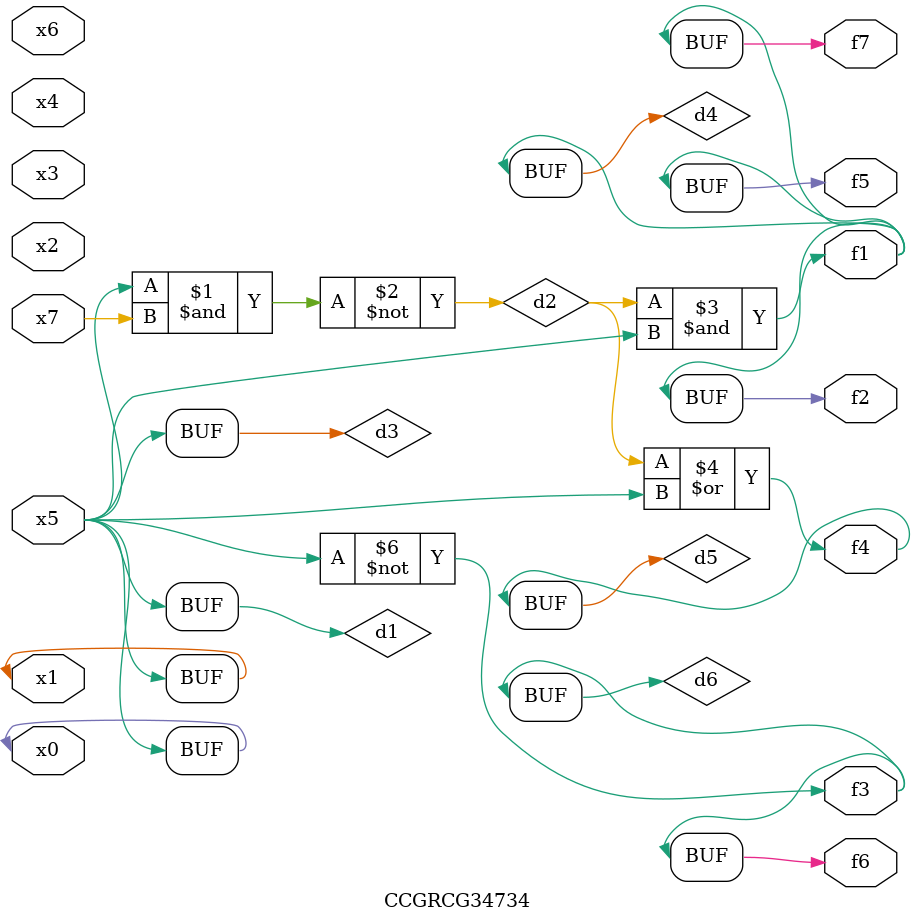
<source format=v>
module CCGRCG34734(
	input x0, x1, x2, x3, x4, x5, x6, x7,
	output f1, f2, f3, f4, f5, f6, f7
);

	wire d1, d2, d3, d4, d5, d6;

	buf (d1, x0, x5);
	nand (d2, x5, x7);
	buf (d3, x0, x1);
	and (d4, d2, d3);
	or (d5, d2, d3);
	nor (d6, d1, d3);
	assign f1 = d4;
	assign f2 = d4;
	assign f3 = d6;
	assign f4 = d5;
	assign f5 = d4;
	assign f6 = d6;
	assign f7 = d4;
endmodule

</source>
